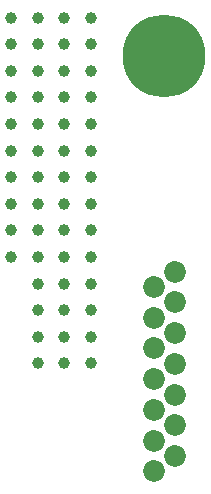
<source format=gbr>
%TF.GenerationSoftware,KiCad,Pcbnew,(6.0.7)*%
%TF.CreationDate,2023-05-28T21:31:41-04:00*%
%TF.ProjectId,kuc,6b75632e-6b69-4636-9164-5f7063625858,A*%
%TF.SameCoordinates,Original*%
%TF.FileFunction,Soldermask,Bot*%
%TF.FilePolarity,Negative*%
%FSLAX46Y46*%
G04 Gerber Fmt 4.6, Leading zero omitted, Abs format (unit mm)*
G04 Created by KiCad (PCBNEW (6.0.7)) date 2023-05-28 21:31:41*
%MOMM*%
%LPD*%
G01*
G04 APERTURE LIST*
%ADD10C,1.000000*%
%ADD11C,7.000000*%
%ADD12C,1.850000*%
G04 APERTURE END LIST*
D10*
%TO.C,TP12*%
X158750000Y-102250000D03*
%TD*%
%TO.C,TP20*%
X154250000Y-106750000D03*
%TD*%
%TO.C,TP49*%
X152000000Y-104500000D03*
%TD*%
%TO.C,TP27*%
X158750000Y-109000000D03*
%TD*%
%TO.C,TP45*%
X152000000Y-86500000D03*
%TD*%
%TO.C,TP5*%
X156500000Y-102250000D03*
%TD*%
%TO.C,TP54*%
X152000000Y-91000000D03*
%TD*%
%TO.C,TP50*%
X152000000Y-84250000D03*
%TD*%
%TO.C,TP14*%
X156500000Y-111250000D03*
%TD*%
%TO.C,TP28*%
X158750000Y-113500000D03*
%TD*%
%TO.C,TP9*%
X156500000Y-88750000D03*
%TD*%
%TO.C,TP10*%
X156500000Y-93250000D03*
%TD*%
%TO.C,TP35*%
X156500000Y-113500000D03*
%TD*%
%TO.C,TP22*%
X158750000Y-86500000D03*
%TD*%
%TO.C,TP7*%
X158750000Y-111250000D03*
%TD*%
%TO.C,TP41*%
X154250000Y-109000000D03*
%TD*%
%TO.C,TP15*%
X154250000Y-84250000D03*
%TD*%
%TO.C,TP48*%
X152000000Y-97750000D03*
%TD*%
%TO.C,TP38*%
X158750000Y-95500000D03*
%TD*%
%TO.C,TP4*%
X158750000Y-97750000D03*
%TD*%
%TO.C,TP47*%
X152000000Y-102250000D03*
%TD*%
%TO.C,TP51*%
X152000000Y-93250000D03*
%TD*%
D11*
%TO.C,J2*%
X165000000Y-87500000D03*
D12*
X165900000Y-105750000D03*
X164100000Y-107050000D03*
X165900000Y-108350000D03*
X164100000Y-109650000D03*
X165900000Y-110950000D03*
X164100000Y-112250000D03*
X165900000Y-113550000D03*
X164100000Y-114850000D03*
X165900000Y-116150000D03*
X164100000Y-117450000D03*
X165900000Y-118750000D03*
X164100000Y-120050000D03*
X165900000Y-121350000D03*
X164100000Y-122650000D03*
%TD*%
D10*
%TO.C,TP16*%
X154250000Y-88750000D03*
%TD*%
%TO.C,TP21*%
X154250000Y-111250000D03*
%TD*%
%TO.C,TPe*%
X152000000Y-88750000D03*
%TD*%
%TO.C,TP6*%
X158750000Y-106750000D03*
%TD*%
%TO.C,TP37*%
X154250000Y-91000000D03*
%TD*%
%TO.C,TP32*%
X156500000Y-100000000D03*
%TD*%
%TO.C,TP29*%
X156500000Y-86500000D03*
%TD*%
%TO.C,TP19*%
X154250000Y-102250000D03*
%TD*%
%TO.C,TP1*%
X158750000Y-84250000D03*
%TD*%
%TO.C,TP40*%
X158750000Y-104500000D03*
%TD*%
%TO.C,TP42*%
X154250000Y-113500000D03*
%TD*%
%TO.C,TP3*%
X158750000Y-93250000D03*
%TD*%
%TO.C,TP24*%
X154250000Y-95500000D03*
%TD*%
%TO.C,TP25*%
X154250000Y-100000000D03*
%TD*%
%TO.C,TP18*%
X154250000Y-97750000D03*
%TD*%
%TO.C,TP13*%
X156500000Y-106750000D03*
%TD*%
%TO.C,TP2*%
X158750000Y-88750000D03*
%TD*%
%TO.C,TP39*%
X158750000Y-100000000D03*
%TD*%
%TO.C,TP23*%
X158750000Y-91000000D03*
%TD*%
%TO.C,TP44*%
X152000000Y-95500000D03*
%TD*%
%TO.C,TP17*%
X154250000Y-93250000D03*
%TD*%
%TO.C,TP11*%
X156500000Y-97750000D03*
%TD*%
%TO.C,TP33*%
X154250000Y-104500000D03*
%TD*%
%TO.C,TP36*%
X154250000Y-86500000D03*
%TD*%
%TO.C,TP30*%
X156500000Y-91000000D03*
%TD*%
%TO.C,TP56*%
X152000000Y-100000000D03*
%TD*%
%TO.C,TP8*%
X156500000Y-84250000D03*
%TD*%
%TO.C,TP34*%
X156500000Y-109000000D03*
%TD*%
%TO.C,TP26*%
X156500000Y-104500000D03*
%TD*%
%TO.C,TP31*%
X156500000Y-95500000D03*
%TD*%
M02*

</source>
